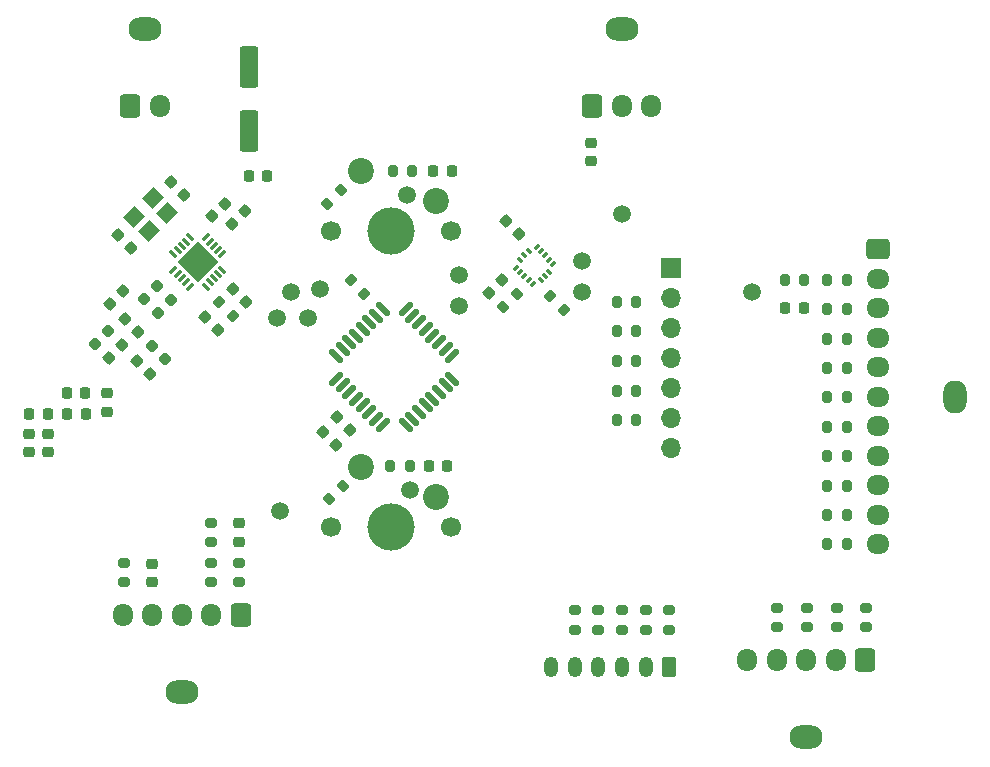
<source format=gbr>
%TF.GenerationSoftware,KiCad,Pcbnew,8.0.4-8.0.4-0~ubuntu22.04.1*%
%TF.CreationDate,2024-08-24T11:38:03-03:00*%
%TF.ProjectId,Antares-Transmitter,416e7461-7265-4732-9d54-72616e736d69,1.0.0*%
%TF.SameCoordinates,Original*%
%TF.FileFunction,Soldermask,Top*%
%TF.FilePolarity,Negative*%
%FSLAX46Y46*%
G04 Gerber Fmt 4.6, Leading zero omitted, Abs format (unit mm)*
G04 Created by KiCad (PCBNEW 8.0.4-8.0.4-0~ubuntu22.04.1) date 2024-08-24 11:38:03*
%MOMM*%
%LPD*%
G01*
G04 APERTURE LIST*
G04 Aperture macros list*
%AMRoundRect*
0 Rectangle with rounded corners*
0 $1 Rounding radius*
0 $2 $3 $4 $5 $6 $7 $8 $9 X,Y pos of 4 corners*
0 Add a 4 corners polygon primitive as box body*
4,1,4,$2,$3,$4,$5,$6,$7,$8,$9,$2,$3,0*
0 Add four circle primitives for the rounded corners*
1,1,$1+$1,$2,$3*
1,1,$1+$1,$4,$5*
1,1,$1+$1,$6,$7*
1,1,$1+$1,$8,$9*
0 Add four rect primitives between the rounded corners*
20,1,$1+$1,$2,$3,$4,$5,0*
20,1,$1+$1,$4,$5,$6,$7,0*
20,1,$1+$1,$6,$7,$8,$9,0*
20,1,$1+$1,$8,$9,$2,$3,0*%
%AMRotRect*
0 Rectangle, with rotation*
0 The origin of the aperture is its center*
0 $1 length*
0 $2 width*
0 $3 Rotation angle, in degrees counterclockwise*
0 Add horizontal line*
21,1,$1,$2,0,0,$3*%
G04 Aperture macros list end*
%ADD10RoundRect,0.225000X0.250000X-0.225000X0.250000X0.225000X-0.250000X0.225000X-0.250000X-0.225000X0*%
%ADD11C,1.500000*%
%ADD12RoundRect,0.200000X0.335876X0.053033X0.053033X0.335876X-0.335876X-0.053033X-0.053033X-0.335876X0*%
%ADD13RoundRect,0.200000X-0.275000X0.200000X-0.275000X-0.200000X0.275000X-0.200000X0.275000X0.200000X0*%
%ADD14RoundRect,0.225000X-0.017678X0.335876X-0.335876X0.017678X0.017678X-0.335876X0.335876X-0.017678X0*%
%ADD15RoundRect,0.200000X0.200000X0.275000X-0.200000X0.275000X-0.200000X-0.275000X0.200000X-0.275000X0*%
%ADD16RoundRect,0.200000X-0.200000X-0.275000X0.200000X-0.275000X0.200000X0.275000X-0.200000X0.275000X0*%
%ADD17RoundRect,0.250000X0.550000X-1.500000X0.550000X1.500000X-0.550000X1.500000X-0.550000X-1.500000X0*%
%ADD18RoundRect,0.225000X-0.250000X0.225000X-0.250000X-0.225000X0.250000X-0.225000X0.250000X0.225000X0*%
%ADD19RoundRect,0.218750X0.335876X0.026517X0.026517X0.335876X-0.335876X-0.026517X-0.026517X-0.335876X0*%
%ADD20RoundRect,0.225000X0.225000X0.250000X-0.225000X0.250000X-0.225000X-0.250000X0.225000X-0.250000X0*%
%ADD21RoundRect,0.200000X0.053033X-0.335876X0.335876X-0.053033X-0.053033X0.335876X-0.335876X0.053033X0*%
%ADD22RoundRect,0.200000X-0.335876X-0.053033X-0.053033X-0.335876X0.335876X0.053033X0.053033X0.335876X0*%
%ADD23RoundRect,0.218750X0.218750X0.256250X-0.218750X0.256250X-0.218750X-0.256250X0.218750X-0.256250X0*%
%ADD24RoundRect,0.218750X-0.026517X0.335876X-0.335876X0.026517X0.026517X-0.335876X0.335876X-0.026517X0*%
%ADD25RoundRect,0.218750X-0.256250X0.218750X-0.256250X-0.218750X0.256250X-0.218750X0.256250X0.218750X0*%
%ADD26RoundRect,0.087500X-0.070711X-0.194454X0.194454X0.070711X0.070711X0.194454X-0.194454X-0.070711X0*%
%ADD27RoundRect,0.087500X0.070711X-0.194454X0.194454X-0.070711X-0.070711X0.194454X-0.194454X0.070711X0*%
%ADD28RoundRect,0.125000X-0.353553X-0.530330X0.530330X0.353553X0.353553X0.530330X-0.530330X-0.353553X0*%
%ADD29RoundRect,0.125000X0.353553X-0.530330X0.530330X-0.353553X-0.353553X0.530330X-0.530330X0.353553X0*%
%ADD30RoundRect,0.225000X-0.225000X-0.250000X0.225000X-0.250000X0.225000X0.250000X-0.225000X0.250000X0*%
%ADD31RoundRect,0.225000X-0.335876X-0.017678X-0.017678X-0.335876X0.335876X0.017678X0.017678X0.335876X0*%
%ADD32RoundRect,0.225000X0.017678X-0.335876X0.335876X-0.017678X-0.017678X0.335876X-0.335876X0.017678X0*%
%ADD33RoundRect,0.225000X0.335876X0.017678X0.017678X0.335876X-0.335876X-0.017678X-0.017678X-0.335876X0*%
%ADD34RoundRect,0.218750X0.256250X-0.218750X0.256250X0.218750X-0.256250X0.218750X-0.256250X-0.218750X0*%
%ADD35RotRect,1.400000X1.200000X225.000000*%
%ADD36RoundRect,0.062500X0.203293X0.291682X-0.291682X-0.203293X-0.203293X-0.291682X0.291682X0.203293X0*%
%ADD37RoundRect,0.062500X-0.203293X0.291682X-0.291682X0.203293X0.203293X-0.291682X0.291682X-0.203293X0*%
%ADD38RotRect,2.500000X2.500000X225.000000*%
%ADD39R,1.700000X1.700000*%
%ADD40O,1.700000X1.700000*%
%ADD41O,2.000000X2.800000*%
%ADD42RoundRect,0.250000X-0.725000X0.600000X-0.725000X-0.600000X0.725000X-0.600000X0.725000X0.600000X0*%
%ADD43O,1.950000X1.700000*%
%ADD44O,2.800000X2.000000*%
%ADD45RoundRect,0.250000X0.600000X0.725000X-0.600000X0.725000X-0.600000X-0.725000X0.600000X-0.725000X0*%
%ADD46O,1.700000X1.950000*%
%ADD47RoundRect,0.250000X-0.600000X-0.725000X0.600000X-0.725000X0.600000X0.725000X-0.600000X0.725000X0*%
%ADD48RoundRect,0.250000X0.350000X0.625000X-0.350000X0.625000X-0.350000X-0.625000X0.350000X-0.625000X0*%
%ADD49O,1.200000X1.750000*%
%ADD50C,2.200000*%
%ADD51C,1.700000*%
%ADD52C,4.000000*%
G04 APERTURE END LIST*
D10*
%TO.C,C601*%
X114400000Y-133775000D03*
X114400000Y-132225000D03*
%TD*%
D11*
%TO.C,TP702*%
X128800000Y-129400000D03*
%TD*%
%TO.C,TP304*%
X120200000Y-114800000D03*
%TD*%
D12*
%TO.C,R801*%
X141883363Y-114133363D03*
X140716637Y-112966637D03*
%TD*%
D11*
%TO.C,TP303*%
X118800000Y-112600000D03*
%TD*%
%TO.C,TP701*%
X128600000Y-104400000D03*
%TD*%
%TO.C,TP501*%
X146800000Y-106000000D03*
%TD*%
D13*
%TO.C,R608*%
X142800000Y-139575000D03*
X142800000Y-141225000D03*
%TD*%
D14*
%TO.C,C802*%
X136648008Y-111601992D03*
X135551992Y-112698008D03*
%TD*%
%TO.C,C307*%
X104557533Y-112520642D03*
X103461517Y-113616658D03*
%TD*%
D13*
%TO.C,R609*%
X104600000Y-135575000D03*
X104600000Y-137225000D03*
%TD*%
D11*
%TO.C,TP804*%
X133000000Y-113800000D03*
%TD*%
D15*
%TO.C,R701*%
X129025000Y-102400000D03*
X127375000Y-102400000D03*
%TD*%
D16*
%TO.C,R403*%
X164175000Y-114088888D03*
X165825000Y-114088888D03*
%TD*%
%TO.C,R1003*%
X146350000Y-118480000D03*
X148000000Y-118480000D03*
%TD*%
D17*
%TO.C,C1101*%
X115200000Y-99000000D03*
X115200000Y-93600000D03*
%TD*%
D18*
%TO.C,C501*%
X144200000Y-100025000D03*
X144200000Y-101575000D03*
%TD*%
D16*
%TO.C,R409*%
X164175000Y-129022216D03*
X165825000Y-129022216D03*
%TD*%
D19*
%TO.C,L303*%
X108093069Y-118283562D03*
X106979375Y-117169868D03*
%TD*%
D13*
%TO.C,R903*%
X162450000Y-139375000D03*
X162450000Y-141025000D03*
%TD*%
D20*
%TO.C,C311*%
X101350000Y-121200000D03*
X99800000Y-121200000D03*
%TD*%
D13*
%TO.C,R904*%
X159940000Y-139375000D03*
X159940000Y-141025000D03*
%TD*%
D21*
%TO.C,R704*%
X122016637Y-130183363D03*
X123183363Y-129016637D03*
%TD*%
%TO.C,R802*%
X136716637Y-113933363D03*
X137883363Y-112766637D03*
%TD*%
D10*
%TO.C,C602*%
X107000000Y-137175000D03*
X107000000Y-135625000D03*
%TD*%
D11*
%TO.C,TP601*%
X117800000Y-131200000D03*
%TD*%
D13*
%TO.C,R901*%
X167470000Y-139375000D03*
X167470000Y-141025000D03*
%TD*%
D22*
%TO.C,R201*%
X123816637Y-111616637D03*
X124983363Y-112783363D03*
%TD*%
D23*
%TO.C,L306*%
X101387501Y-123000000D03*
X99812499Y-123000000D03*
%TD*%
D24*
%TO.C,L304*%
X103256843Y-115933644D03*
X102143149Y-117047338D03*
%TD*%
D25*
%TO.C,L305*%
X103200000Y-121224998D03*
X103200000Y-122800000D03*
%TD*%
D16*
%TO.C,R408*%
X164175000Y-126533328D03*
X165825000Y-126533328D03*
%TD*%
%TO.C,R410*%
X164175000Y-131511104D03*
X165825000Y-131511104D03*
%TD*%
D21*
%TO.C,R703*%
X121816637Y-105183363D03*
X122983363Y-104016637D03*
%TD*%
D11*
%TO.C,TP803*%
X133000000Y-111200000D03*
%TD*%
D26*
%TO.C,U801*%
X137826687Y-110559099D03*
X138180241Y-110912652D03*
X138533794Y-111266206D03*
X138887348Y-111619759D03*
X139240901Y-111973313D03*
D27*
X139912652Y-111619759D03*
X140266206Y-111266206D03*
X140619759Y-110912652D03*
D26*
X140973313Y-110240901D03*
X140619759Y-109887348D03*
X140266206Y-109533794D03*
X139912652Y-109180241D03*
X139559099Y-108826687D03*
D27*
X138887348Y-109180241D03*
X138533794Y-109533794D03*
X138180241Y-109887348D03*
%TD*%
D13*
%TO.C,R606*%
X146800000Y-139575000D03*
X146800000Y-141225000D03*
%TD*%
D28*
%TO.C,U201*%
X122567930Y-119972272D03*
X123133616Y-120537957D03*
X123699301Y-121103643D03*
X124264986Y-121669328D03*
X124830672Y-122235014D03*
X125396357Y-122800699D03*
X125962043Y-123366384D03*
X126527728Y-123932070D03*
D29*
X128472272Y-123932070D03*
X129037957Y-123366384D03*
X129603643Y-122800699D03*
X130169328Y-122235014D03*
X130735014Y-121669328D03*
X131300699Y-121103643D03*
X131866384Y-120537957D03*
X132432070Y-119972272D03*
D28*
X132432070Y-118027728D03*
X131866384Y-117462043D03*
X131300699Y-116896357D03*
X130735014Y-116330672D03*
X130169328Y-115764986D03*
X129603643Y-115199301D03*
X129037957Y-114633616D03*
X128472272Y-114067930D03*
D29*
X126527728Y-114067930D03*
X125962043Y-114633616D03*
X125396357Y-115199301D03*
X124830672Y-115764986D03*
X124264986Y-116330672D03*
X123699301Y-116896357D03*
X123133616Y-117462043D03*
X122567930Y-118027728D03*
%TD*%
D30*
%TO.C,C702*%
X130425000Y-127400000D03*
X131975000Y-127400000D03*
%TD*%
D13*
%TO.C,R604*%
X150800000Y-139575000D03*
X150800000Y-141225000D03*
%TD*%
%TO.C,R603*%
X114400000Y-135575000D03*
X114400000Y-137225000D03*
%TD*%
D16*
%TO.C,R405*%
X164175000Y-119066664D03*
X165825000Y-119066664D03*
%TD*%
D14*
%TO.C,C310*%
X104448004Y-117142483D03*
X103351988Y-118238499D03*
%TD*%
D31*
%TO.C,C308*%
X104751988Y-114942483D03*
X105848004Y-116038499D03*
%TD*%
D16*
%TO.C,R1005*%
X146350000Y-123500000D03*
X148000000Y-123500000D03*
%TD*%
D13*
%TO.C,R902*%
X164960000Y-139375000D03*
X164960000Y-141025000D03*
%TD*%
D32*
%TO.C,C305*%
X112087774Y-106238499D03*
X113183790Y-105142483D03*
%TD*%
D16*
%TO.C,R1004*%
X146350000Y-120990000D03*
X148000000Y-120990000D03*
%TD*%
D13*
%TO.C,R602*%
X112000000Y-135575000D03*
X112000000Y-137225000D03*
%TD*%
D31*
%TO.C,C202*%
X121451992Y-124451992D03*
X122548008Y-125548008D03*
%TD*%
D24*
%TO.C,L302*%
X108592629Y-113333644D03*
X107478935Y-114447338D03*
%TD*%
%TO.C,L301*%
X107392629Y-112133644D03*
X106278935Y-113247338D03*
%TD*%
D20*
%TO.C,C313*%
X98175000Y-123000000D03*
X96625000Y-123000000D03*
%TD*%
D33*
%TO.C,C309*%
X106820276Y-119556355D03*
X105724260Y-118460339D03*
%TD*%
D16*
%TO.C,R404*%
X164175000Y-116577776D03*
X165825000Y-116577776D03*
%TD*%
D30*
%TO.C,C701*%
X130825000Y-102400000D03*
X132375000Y-102400000D03*
%TD*%
D16*
%TO.C,R401*%
X160575000Y-111600000D03*
X162225000Y-111600000D03*
%TD*%
D31*
%TO.C,C304*%
X113887774Y-112342483D03*
X114983790Y-113438499D03*
%TD*%
D34*
%TO.C,L307*%
X96600000Y-126187501D03*
X96600000Y-124612499D03*
%TD*%
D16*
%TO.C,R407*%
X164175000Y-124044440D03*
X165825000Y-124044440D03*
%TD*%
%TO.C,R1002*%
X146350000Y-115970000D03*
X148000000Y-115970000D03*
%TD*%
D31*
%TO.C,C301*%
X108587774Y-103292483D03*
X109683790Y-104388499D03*
%TD*%
D22*
%TO.C,R301*%
X112652420Y-113507128D03*
X113819146Y-114673854D03*
%TD*%
D35*
%TO.C,Y301*%
X107062559Y-104711632D03*
X105506924Y-106267267D03*
X106709005Y-107469348D03*
X108264640Y-105913713D03*
%TD*%
D18*
%TO.C,C312*%
X98200000Y-124625000D03*
X98200000Y-126175000D03*
%TD*%
D32*
%TO.C,C303*%
X113737774Y-106838499D03*
X114833790Y-105742483D03*
%TD*%
D31*
%TO.C,C306*%
X111487774Y-114742483D03*
X112583790Y-115838499D03*
%TD*%
D20*
%TO.C,C401*%
X162175000Y-114000000D03*
X160625000Y-114000000D03*
%TD*%
D13*
%TO.C,R607*%
X144800000Y-139575000D03*
X144800000Y-141225000D03*
%TD*%
%TO.C,R605*%
X148800000Y-139575000D03*
X148800000Y-141225000D03*
%TD*%
D36*
%TO.C,U301*%
X112962908Y-109427578D03*
X112609355Y-109074025D03*
X112255801Y-108720472D03*
X111902248Y-108366918D03*
X111548695Y-108013365D03*
D37*
X110222869Y-108013365D03*
X109869316Y-108366918D03*
X109515763Y-108720472D03*
X109162209Y-109074025D03*
X108808656Y-109427578D03*
D36*
X108808656Y-110753404D03*
X109162209Y-111106957D03*
X109515763Y-111460510D03*
X109869316Y-111814064D03*
X110222869Y-112167617D03*
D37*
X111548695Y-112167617D03*
X111902248Y-111814064D03*
X112255801Y-111460510D03*
X112609355Y-111106957D03*
X112962908Y-110753404D03*
D38*
X110885782Y-110090491D03*
%TD*%
D11*
%TO.C,TP401*%
X157800000Y-112600000D03*
%TD*%
D16*
%TO.C,R406*%
X164175000Y-121555552D03*
X165825000Y-121555552D03*
%TD*%
D15*
%TO.C,R702*%
X128825000Y-127400000D03*
X127175000Y-127400000D03*
%TD*%
D33*
%TO.C,C801*%
X138048008Y-107698008D03*
X136951992Y-106601992D03*
%TD*%
D16*
%TO.C,R411*%
X164175000Y-134000000D03*
X165825000Y-134000000D03*
%TD*%
D31*
%TO.C,C203*%
X122651992Y-123251992D03*
X123748008Y-124348008D03*
%TD*%
D39*
%TO.C,J1001*%
X150925000Y-110630000D03*
D40*
X150925000Y-113170000D03*
X150925000Y-115710000D03*
X150925000Y-118250000D03*
X150925000Y-120790000D03*
X150925000Y-123330000D03*
X150925000Y-125870000D03*
%TD*%
D11*
%TO.C,TP302*%
X117600000Y-114800000D03*
%TD*%
D30*
%TO.C,C1102*%
X115200000Y-102800000D03*
X116750000Y-102800000D03*
%TD*%
D16*
%TO.C,R402*%
X164175000Y-111600000D03*
X165825000Y-111600000D03*
%TD*%
D33*
%TO.C,C302*%
X105183790Y-108888499D03*
X104087774Y-107792483D03*
%TD*%
D11*
%TO.C,TP801*%
X143400000Y-110000000D03*
%TD*%
D16*
%TO.C,R1001*%
X146350000Y-113460000D03*
X148000000Y-113460000D03*
%TD*%
D11*
%TO.C,TP301*%
X121200000Y-112400000D03*
%TD*%
%TO.C,TP802*%
X143400000Y-112600000D03*
%TD*%
D13*
%TO.C,R601*%
X112000000Y-132175000D03*
X112000000Y-133825000D03*
%TD*%
D41*
%TO.C,J401*%
X175000000Y-121500000D03*
D42*
X168500000Y-109000000D03*
D43*
X168500000Y-111500000D03*
X168500000Y-114000000D03*
X168500000Y-116500000D03*
X168500000Y-119000000D03*
X168500000Y-121500000D03*
X168500000Y-124000000D03*
X168500000Y-126500000D03*
X168500000Y-129000001D03*
X168500000Y-131500001D03*
X168500000Y-134000001D03*
%TD*%
D44*
%TO.C,J601*%
X109500000Y-146500000D03*
D45*
X114500000Y-140000000D03*
D46*
X112000000Y-140000000D03*
X109500000Y-140000000D03*
X107000000Y-140000000D03*
X104500000Y-140000000D03*
%TD*%
D44*
%TO.C,J501*%
X146750000Y-90400000D03*
D47*
X144250000Y-96900000D03*
D46*
X146750000Y-96900000D03*
X149250000Y-96900000D03*
%TD*%
D48*
%TO.C,J602*%
X150800000Y-144400000D03*
D49*
X148800000Y-144400000D03*
X146800000Y-144400000D03*
X144800000Y-144400000D03*
X142800000Y-144400000D03*
X140800000Y-144400000D03*
%TD*%
D50*
%TO.C,SW702*%
X131060000Y-129960000D03*
X124710000Y-127420000D03*
D51*
X122170000Y-132500000D03*
D52*
X127250000Y-132500000D03*
D51*
X132330000Y-132500000D03*
%TD*%
%TO.C,SW701*%
X132330000Y-107500000D03*
D52*
X127250000Y-107500000D03*
D51*
X122170000Y-107500000D03*
D50*
X124710000Y-102420000D03*
X131060000Y-104960000D03*
%TD*%
D44*
%TO.C,J901*%
X162400000Y-150300000D03*
D45*
X167400000Y-143800000D03*
D46*
X164900000Y-143800000D03*
X162400000Y-143800000D03*
X159900000Y-143800000D03*
X157400000Y-143800000D03*
%TD*%
D44*
%TO.C,J1101*%
X106400000Y-90399999D03*
D47*
X105150000Y-96900000D03*
D46*
X107650000Y-96900000D03*
%TD*%
M02*

</source>
